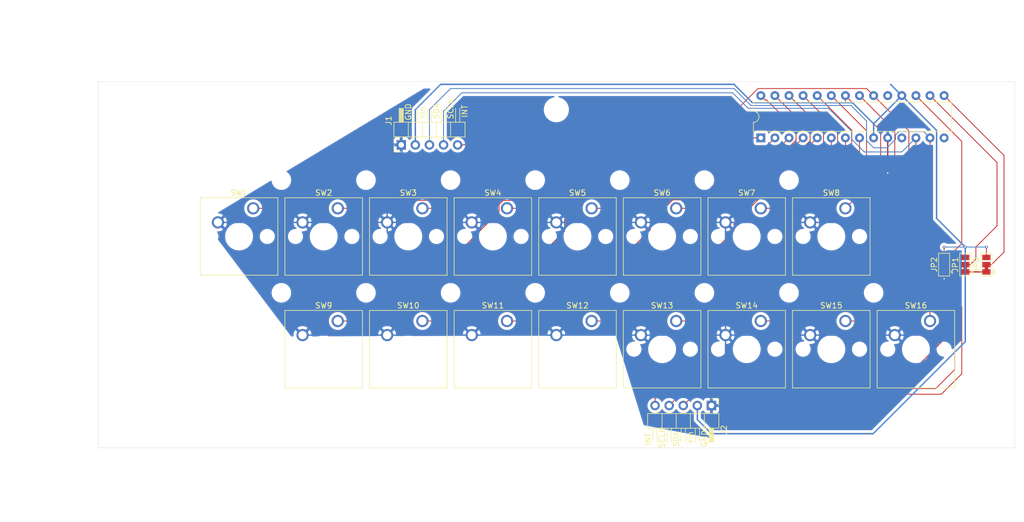
<source format=kicad_pcb>
(kicad_pcb (version 20171130) (host pcbnew "(5.1.5-0)")
  (title_block (date 2020-01-27))
  (layers (0 F.Cu signal) (31 B.Cu signal) (34 B.Paste user) (35 F.Paste user) (36 B.SilkS user) (37 F.SilkS user) (38 B.Mask user) (39 F.Mask user) (44 Edge.Cuts user))
  (net 0 "")
  (net 1 /Vin)
  (net 2 /SDA)
  (net 3 /SCK)
  (net 4 /INT)
  (net 5 "Net-(SW1-Pad1)")
  (net 6 "Net-(SW2-Pad1)")
  (net 7 "Net-(SW3-Pad1)")
  (net 8 "Net-(SW4-Pad1)")
  (net 9 "Net-(SW5-Pad1)")
  (net 10 "Net-(SW6-Pad1)")
  (net 11 "Net-(SW7-Pad1)")
  (net 12 "Net-(SW8-Pad1)")
  (net 13 "Net-(SW9-Pad1)")
  (net 14 "Net-(SW10-Pad1)")
  (net 15 "Net-(SW11-Pad1)")
  (net 16 "Net-(SW12-Pad1)")
  (net 17 "Net-(SW13-Pad1)")
  (net 18 "Net-(SW14-Pad1)")
  (net 19 "Net-(SW15-Pad1)")
  (net 20 "Net-(SW16-Pad1)")
  (net 21 GND)
  (net 22 /Addr0)
  (net 23 /Addr1)
  (net 24 /Addr2)
  (module 16buttons:PinHeader_i2c (layer F.Cu) (at 186.69 134.62 270)
    (fp_text reference J2 (at 4.385 -2.27 90) (layer F.SilkS))
    (fp_text value "i2c connector")
    (fp_text user INT (at 4.826 11.43 90) (layer F.SilkS) (effects (justify right)))
    (fp_text user SCLK (at 3.81 8.89 90) (layer F.SilkS) (effects (justify right)))
    (fp_text user SDA (at 4.572 6.35 90) (layer F.SilkS) (effects (justify right)))
    (fp_text user Vin (at 4.572 3.81 90) (layer F.SilkS) (effects (justify right)))
    (fp_text user GND (at 4.318 1.27 90) (layer F.SilkS) (effects (justify right)))
    (pad 5 thru_hole oval (at 0 10.16 270) (size 1.7 1.7) (drill 1) (layers *.Cu *.Mask) (net 4 /INT))
    (pad 4 thru_hole oval (at 0 7.62 270) (size 1.7 1.7) (drill 1) (layers *.Cu *.Mask) (net 3 /SCK))
    (pad 3 thru_hole oval (at 0 5.08 270) (size 1.7 1.7) (drill 1) (layers *.Cu *.Mask) (net 2 /SDA))
    (pad 2 thru_hole oval (at 0 2.54 270) (size 1.7 1.7) (drill 1) (layers *.Cu *.Mask) (net 1 /Vin))
    (pad 1 thru_hole rect (at 0 0 270) (size 1.7 1.7) (drill 1) (layers *.Cu *.Mask) (net 21 GND))
  )
  (module 16buttons:PinHeader_i2c (layer F.Cu) (at 130.81 87.63 90)
    (fp_text reference J1 (at 4.385 -2.27 90) (layer F.SilkS))
    (fp_text value "i2c connector")
    (fp_text user INT (at 4.826 11.43 90) (layer F.SilkS) (effects (justify left)))
    (fp_text user SCLK (at 4.572 8.89 90) (layer F.SilkS) (effects (justify left)))
    (fp_text user SDA (at 4.572 6.35 90) (layer F.SilkS) (effects (justify left)))
    (fp_text user Vin (at 4.572 3.81 90) (layer F.SilkS) (effects (justify left)))
    (fp_text user GND (at 4.318 1.27 90) (layer F.SilkS) (effects (justify left)))
    (pad 5 thru_hole oval (at 0 10.16 90) (size 1.7 1.7) (drill 1) (layers *.Cu *.Mask) (net 4 /INT))
    (pad 4 thru_hole oval (at 0 7.62 90) (size 1.7 1.7) (drill 1) (layers *.Cu *.Mask) (net 3 /SCK))
    (pad 3 thru_hole oval (at 0 5.08 90) (size 1.7 1.7) (drill 1) (layers *.Cu *.Mask) (net 2 /SDA))
    (pad 2 thru_hole oval (at 0 2.54 90) (size 1.7 1.7) (drill 1) (layers *.Cu *.Mask) (net 1 /Vin))
    (pad 1 thru_hole rect (at 0 0 90) (size 1.7 1.7) (drill 1) (layers *.Cu *.Mask) (net 21 GND))
  )
  (module 16buttons:SW_Gateron_Trim (layer F.Cu) (at 210.82 99.06)
    (fp_text reference SW8 (at -2.54 -2.794) (layer F.SilkS))
    (fp_text value SW_Push)
    (pad "" np_thru_hole circle (at 2.54 5.08) (size 1.7 1.7) (drill 1.7) (layers *.Cu *.Mask))
    (pad "" np_thru_hole circle (at -7.62 5.08) (size 1.7 1.7) (drill 1.7) (layers *.Cu *.Mask))
    (pad "" np_thru_hole circle (at -2.54 5.08) (size 4 4) (drill 4) (layers *.Cu *.Mask))
    (pad 2 thru_hole circle (at -6.35 2.54) (size 2.2 2.2) (drill 1.5) (layers *.Cu *.Mask) (net 21 GND))
    (pad 1 thru_hole circle (at 0 0) (size 2.2 2.2) (drill 1.5) (layers *.Cu *.Mask) (net 12 "Net-(SW8-Pad1)"))
  )
  (module Package_DIP:DIP-28_W7.62mm (layer F.Cu) (at 195.58 86.36 90)
    (fp_text reference U1 hide)
    (fp_text value MCP23017_SP)
    (pad 1 thru_hole rect (at 0 0 90) (size 1.6 1.6) (drill 0.8) (layers *.Cu *.Mask) (net 5 "Net-(SW1-Pad1)"))
    (pad 15 thru_hole oval (at 7.62 33.02 90) (size 1.6 1.6) (drill 0.8) (layers *.Cu *.Mask) (net 22 /Addr0))
    (pad 2 thru_hole oval (at 0 2.54 90) (size 1.6 1.6) (drill 0.8) (layers *.Cu *.Mask) (net 6 "Net-(SW2-Pad1)"))
    (pad 16 thru_hole oval (at 7.62 30.48 90) (size 1.6 1.6) (drill 0.8) (layers *.Cu *.Mask) (net 23 /Addr1))
    (pad 3 thru_hole oval (at 0 5.08 90) (size 1.6 1.6) (drill 0.8) (layers *.Cu *.Mask) (net 7 "Net-(SW3-Pad1)"))
    (pad 17 thru_hole oval (at 7.62 27.94 90) (size 1.6 1.6) (drill 0.8) (layers *.Cu *.Mask) (net 24 /Addr2))
    (pad 4 thru_hole oval (at 0 7.62 90) (size 1.6 1.6) (drill 0.8) (layers *.Cu *.Mask) (net 8 "Net-(SW4-Pad1)"))
    (pad 18 thru_hole oval (at 7.62 25.4 90) (size 1.6 1.6) (drill 0.8) (layers *.Cu *.Mask) (net 1 /Vin))
    (pad 5 thru_hole oval (at 0 10.16 90) (size 1.6 1.6) (drill 0.8) (layers *.Cu *.Mask) (net 9 "Net-(SW5-Pad1)"))
    (pad 19 thru_hole oval (at 7.62 22.86 90) (size 1.6 1.6) (drill 0.8) (layers *.Cu *.Mask))
    (pad 6 thru_hole oval (at 0 12.7 90) (size 1.6 1.6) (drill 0.8) (layers *.Cu *.Mask) (net 10 "Net-(SW6-Pad1)"))
    (pad 20 thru_hole oval (at 7.62 20.32 90) (size 1.6 1.6) (drill 0.8) (layers *.Cu *.Mask) (net 4 /INT))
    (pad 7 thru_hole oval (at 0 15.24 90) (size 1.6 1.6) (drill 0.8) (layers *.Cu *.Mask) (net 11 "Net-(SW7-Pad1)"))
    (pad 21 thru_hole oval (at 7.62 17.78 90) (size 1.6 1.6) (drill 0.8) (layers *.Cu *.Mask) (net 20 "Net-(SW16-Pad1)"))
    (pad 8 thru_hole oval (at 0 17.78 90) (size 1.6 1.6) (drill 0.8) (layers *.Cu *.Mask) (net 12 "Net-(SW8-Pad1)"))
    (pad 22 thru_hole oval (at 7.62 15.24 90) (size 1.6 1.6) (drill 0.8) (layers *.Cu *.Mask) (net 19 "Net-(SW15-Pad1)"))
    (pad 9 thru_hole oval (at 0 20.32 90) (size 1.6 1.6) (drill 0.8) (layers *.Cu *.Mask) (net 1 /Vin))
    (pad 23 thru_hole oval (at 7.62 12.7 90) (size 1.6 1.6) (drill 0.8) (layers *.Cu *.Mask) (net 18 "Net-(SW14-Pad1)"))
    (pad 10 thru_hole oval (at 0 22.86 90) (size 1.6 1.6) (drill 0.8) (layers *.Cu *.Mask) (net 21 GND))
    (pad 24 thru_hole oval (at 7.62 10.16 90) (size 1.6 1.6) (drill 0.8) (layers *.Cu *.Mask) (net 17 "Net-(SW13-Pad1)"))
    (pad 11 thru_hole oval (at 0 25.4 90) (size 1.6 1.6) (drill 0.8) (layers *.Cu *.Mask))
    (pad 25 thru_hole oval (at 7.62 7.62 90) (size 1.6 1.6) (drill 0.8) (layers *.Cu *.Mask) (net 16 "Net-(SW12-Pad1)"))
    (pad 12 thru_hole oval (at 0 27.94 90) (size 1.6 1.6) (drill 0.8) (layers *.Cu *.Mask) (net 3 /SCK))
    (pad 26 thru_hole oval (at 7.62 5.08 90) (size 1.6 1.6) (drill 0.8) (layers *.Cu *.Mask) (net 15 "Net-(SW11-Pad1)"))
    (pad 13 thru_hole oval (at 0 30.48 90) (size 1.6 1.6) (drill 0.8) (layers *.Cu *.Mask) (net 2 /SDA))
    (pad 27 thru_hole oval (at 7.62 2.54 90) (size 1.6 1.6) (drill 0.8) (layers *.Cu *.Mask) (net 14 "Net-(SW10-Pad1)"))
    (pad 14 thru_hole oval (at 0 33.02 90) (size 1.6 1.6) (drill 0.8) (layers *.Cu *.Mask))
    (pad 28 thru_hole oval (at 7.62 0 90) (size 1.6 1.6) (drill 0.8) (layers *.Cu *.Mask) (net 13 "Net-(SW9-Pad1)"))
  )
  (module 16buttons:NailHole_2.5mm (layer F.Cu) (at 200.66 93.98)
    (fp_text reference REF** hide)
    (fp_text value NailHole_2.5mm hide)
    (pad 1 np_thru_hole circle (at 0 0) (size 2.5 2.5) (drill 2.5) (layers *.Cu *.Mask))
  )
  (module 16buttons:NailHole_2.5mm (layer F.Cu) (at 185.42 93.98)
    (fp_text reference REF** hide)
    (fp_text value NailHole_2.5mm hide)
    (pad 1 np_thru_hole circle (at 0 0) (size 2.5 2.5) (drill 2.5) (layers *.Cu *.Mask))
  )
  (module 16buttons:NailHole_2.5mm (layer F.Cu) (at 170.18 93.98)
    (fp_text reference REF** hide)
    (fp_text value NailHole_2.5mm hide)
    (pad 1 np_thru_hole circle (at 0 0) (size 2.5 2.5) (drill 2.5) (layers *.Cu *.Mask))
  )
  (module 16buttons:NailHole_2.5mm (layer F.Cu) (at 154.94 93.98)
    (fp_text reference REF** hide)
    (fp_text value NailHole_2.5mm hide)
    (pad 1 np_thru_hole circle (at 0 0) (size 2.5 2.5) (drill 2.5) (layers *.Cu *.Mask))
  )
  (module 16buttons:NailHole_2.5mm (layer F.Cu) (at 139.7 93.98)
    (fp_text reference REF** hide)
    (fp_text value NailHole_2.5mm hide)
    (pad 1 np_thru_hole circle (at 0 0) (size 2.5 2.5) (drill 2.5) (layers *.Cu *.Mask))
  )
  (module 16buttons:NailHole_2.5mm (layer F.Cu) (at 124.46 93.98)
    (fp_text reference REF** hide)
    (fp_text value NailHole_2.5mm hide)
    (pad 1 np_thru_hole circle (at 0 0) (size 2.5 2.5) (drill 2.5) (layers *.Cu *.Mask))
  )
  (module 16buttons:NailHole_2.5mm (layer F.Cu) (at 109.22 93.98)
    (fp_text reference REF** hide)
    (fp_text value NailHole_2.5mm hide)
    (pad 1 np_thru_hole circle (at 0 0) (size 2.5 2.5) (drill 2.5) (layers *.Cu *.Mask))
  )
  (module 16buttons:NailHole_2.5mm (layer F.Cu) (at 93.98 93.98)
    (fp_text reference REF** hide)
    (fp_text value NailHole_2.5mm hide)
    (pad 1 np_thru_hole circle (at 0 0) (size 2.5 2.5) (drill 2.5) (layers *.Cu *.Mask))
  )
  (module 16buttons:NailHole_2.5mm (layer F.Cu) (at 215.9 114.3)
    (fp_text reference REF** hide)
    (fp_text value NailHole_2.5mm hide)
    (pad 1 np_thru_hole circle (at 0 0) (size 2.5 2.5) (drill 2.5) (layers *.Cu *.Mask))
  )
  (module 16buttons:NailHole_2.5mm (layer F.Cu) (at 200.66 114.3)
    (fp_text reference REF** hide)
    (fp_text value NailHole_2.5mm hide)
    (pad 1 np_thru_hole circle (at 0 0) (size 2.5 2.5) (drill 2.5) (layers *.Cu *.Mask))
  )
  (module 16buttons:NailHole_2.5mm (layer F.Cu) (at 185.42 114.3)
    (fp_text reference REF** hide)
    (fp_text value NailHole_2.5mm hide)
    (pad 1 np_thru_hole circle (at 0 0) (size 2.5 2.5) (drill 2.5) (layers *.Cu *.Mask))
  )
  (module 16buttons:NailHole_2.5mm (layer F.Cu) (at 170.18 114.3)
    (fp_text reference REF** hide)
    (fp_text value NailHole_2.5mm hide)
    (pad 1 np_thru_hole circle (at 0 0) (size 2.5 2.5) (drill 2.5) (layers *.Cu *.Mask))
  )
  (module 16buttons:NailHole_2.5mm (layer F.Cu) (at 154.94 114.3)
    (fp_text reference REF** hide)
    (fp_text value NailHole_2.5mm hide)
    (pad 1 np_thru_hole circle (at 0 0) (size 2.5 2.5) (drill 2.5) (layers *.Cu *.Mask))
  )
  (module 16buttons:NailHole_2.5mm (layer F.Cu) (at 139.7 114.3)
    (fp_text reference REF** hide)
    (fp_text value NailHole_2.5mm hide)
    (pad 1 np_thru_hole circle (at 0 0) (size 2.5 2.5) (drill 2.5) (layers *.Cu *.Mask))
  )
  (module 16buttons:NailHole_2.5mm (layer F.Cu) (at 124.46 114.3)
    (fp_text reference REF** hide)
    (fp_text value NailHole_2.5mm hide)
    (pad 1 np_thru_hole circle (at 0 0) (size 2.5 2.5) (drill 2.5) (layers *.Cu *.Mask))
  )
  (module 16buttons:NailHole_2.5mm (layer F.Cu) (at 109.22 114.3)
    (fp_text reference REF** hide)
    (fp_text value NailHole_2.5mm hide)
    (pad 1 np_thru_hole circle (at 0 0) (size 2.5 2.5) (drill 2.5) (layers *.Cu *.Mask))
  )
  (module MountingHole:MountingHole_4.5mm (layer F.Cu) (at 234.95 93.98)
    (fp_text reference REF** hide)
    (fp_text value MountingHole_4.5mm)
    (pad 1 np_thru_hole circle (at 0 0) (size 4.5 4.5) (drill 4.5) (layers *.Cu *.Mask))
  )
  (module MountingHole:MountingHole_4.5mm (layer F.Cu) (at 82.55 124.46)
    (fp_text reference REF** hide)
    (fp_text value MountingHole_4.5mm)
    (pad 1 np_thru_hole circle (at 0 0) (size 4.5 4.5) (drill 4.5) (layers *.Cu *.Mask))
  )
  (module MountingHole:MountingHole_4.5mm (layer F.Cu) (at 234.95 124.46)
    (fp_text reference REF** hide)
    (fp_text value MountingHole_4.5mm)
    (pad 1 np_thru_hole circle (at 0 0) (size 4.5 4.5) (drill 4.5) (layers *.Cu *.Mask))
  )
  (module MountingHole:MountingHole_4.5mm (layer F.Cu) (at 82.55 93.98)
    (fp_text reference REF** hide)
    (fp_text value MountingHole_4.5mm)
    (pad 1 np_thru_hole circle (at 0 0) (size 4.5 4.5) (drill 4.5) (layers *.Cu *.Mask))
  )
  (module MountingHole:MountingHole_3.5mm (layer F.Cu) (at 158.75 81.28)
    (fp_text reference REF** hide)
    (fp_text value MountingHole_3.5mm)
    (pad 1 np_thru_hole circle (at 0 0) (size 3.5 3.5) (drill 3.5) (layers *.Cu *.Mask))
  )
  (module MountingHole:MountingHole_3.5mm (layer F.Cu) (at 158.75 137.16)
    (fp_text reference REF** hide)
    (fp_text value MountingHole_3.5mm)
    (pad 1 np_thru_hole circle (at 0 0) (size 3.5 3.5) (drill 3.5) (layers *.Cu *.Mask))
  )
  (module Jumper:SolderJumper-3_P1.3mm_Bridged12_Pad1.0x1.5mm (layer F.Cu) (at 228.6 109.22 90)
    (fp_text reference JP2 (at 0 -1.8 90) (layer F.SilkS))
    (fp_text value SolderJumper hide)
    (fp_poly (pts (xy -0.9 -0.3) (xy -0.4 -0.3) (xy -0.4 0.3) (xy -0.9 0.3)) (layer F.Cu) (width 0))
    (pad 1 smd rect (at -1.3 0 90) (size 1 1.5) (layers F.Cu F.Mask) (net 21 GND))
    (pad 3 smd rect (at 1.3 0 90) (size 1 1.5) (layers F.Cu F.Mask) (net 1 /Vin))
    (pad 2 smd rect (at 0 0 90) (size 1 1.5) (layers F.Cu F.Mask) (net 24 /Addr2))
  )
  (module Jumper:SolderJumper-3_P1.3mm_Bridged12_Pad1.0x1.5mm (layer F.Cu) (at 232.41 109.22 90)
    (fp_text reference JP1 (at 0 -1.8 90) (layer F.SilkS))
    (fp_text value SolderJumper hide)
    (fp_poly (pts (xy -0.9 -0.3) (xy -0.4 -0.3) (xy -0.4 0.3) (xy -0.9 0.3)) (layer F.Cu) (width 0))
    (pad 2 smd rect (at 0 0 90) (size 1 1.5) (layers F.Cu F.Mask) (net 23 /Addr1))
    (pad 3 smd rect (at 1.3 0 90) (size 1 1.5) (layers F.Cu F.Mask) (net 1 /Vin))
    (pad 1 smd rect (at -1.3 0 90) (size 1 1.5) (layers F.Cu F.Mask) (net 21 GND))
  )
  (module Jumper:SolderJumper-3_P1.3mm_Bridged12_Pad1.0x1.5mm (layer F.Cu) (at 236.22 109.22 90)
    (fp_text reference JP0 (at 0 -1.8 90) (layer F.SilkS))
    (fp_text value SolderJumper hide)
    (fp_poly (pts (xy -0.9 -0.3) (xy -0.4 -0.3) (xy -0.4 0.3) (xy -0.9 0.3)) (layer F.Cu) (width 0))
    (pad 1 smd rect (at -1.3 0 90) (size 1 1.5) (layers F.Cu F.Mask) (net 21 GND))
    (pad 3 smd rect (at 1.3 0 90) (size 1 1.5) (layers F.Cu F.Mask) (net 1 /Vin))
    (pad 2 smd rect (at 0 0 90) (size 1 1.5) (layers F.Cu F.Mask) (net 22 /Addr0))
  )
  (module 16buttons:SW_Gateron_Trim (layer F.Cu) (at 104.14 99.06)
    (fp_text reference SW1 (at -2.54 -2.794) (layer F.SilkS))
    (fp_text value SW_Push)
    (pad 1 thru_hole circle (at 0 0) (size 2.2 2.2) (drill 1.5) (layers *.Cu *.Mask) (net 5 "Net-(SW1-Pad1)"))
    (pad 2 thru_hole circle (at -6.35 2.54) (size 2.2 2.2) (drill 1.5) (layers *.Cu *.Mask) (net 21 GND))
    (pad "" np_thru_hole circle (at -2.54 5.08) (size 4 4) (drill 4) (layers *.Cu *.Mask))
    (pad "" np_thru_hole circle (at -7.62 5.08) (size 1.7 1.7) (drill 1.7) (layers *.Cu *.Mask))
    (pad "" np_thru_hole circle (at 2.54 5.08) (size 1.7 1.7) (drill 1.7) (layers *.Cu *.Mask))
  )
  (module 16buttons:SW_Gateron_Trim (layer F.Cu) (at 119.38 99.06)
    (fp_text reference SW2 (at -2.54 -2.794) (layer F.SilkS))
    (fp_text value SW_Push)
    (pad "" np_thru_hole circle (at 2.54 5.08) (size 1.7 1.7) (drill 1.7) (layers *.Cu *.Mask))
    (pad "" np_thru_hole circle (at -7.62 5.08) (size 1.7 1.7) (drill 1.7) (layers *.Cu *.Mask))
    (pad "" np_thru_hole circle (at -2.54 5.08) (size 4 4) (drill 4) (layers *.Cu *.Mask))
    (pad 2 thru_hole circle (at -6.35 2.54) (size 2.2 2.2) (drill 1.5) (layers *.Cu *.Mask) (net 21 GND))
    (pad 1 thru_hole circle (at 0 0) (size 2.2 2.2) (drill 1.5) (layers *.Cu *.Mask) (net 6 "Net-(SW2-Pad1)"))
  )
  (module 16buttons:SW_Gateron_Trim (layer F.Cu) (at 134.62 99.06)
    (fp_text reference SW3 (at -2.54 -2.794) (layer F.SilkS))
    (fp_text value SW_Push)
    (pad 1 thru_hole circle (at 0 0) (size 2.2 2.2) (drill 1.5) (layers *.Cu *.Mask) (net 7 "Net-(SW3-Pad1)"))
    (pad 2 thru_hole circle (at -6.35 2.54) (size 2.2 2.2) (drill 1.5) (layers *.Cu *.Mask) (net 21 GND))
    (pad "" np_thru_hole circle (at -2.54 5.08) (size 4 4) (drill 4) (layers *.Cu *.Mask))
    (pad "" np_thru_hole circle (at -7.62 5.08) (size 1.7 1.7) (drill 1.7) (layers *.Cu *.Mask))
    (pad "" np_thru_hole circle (at 2.54 5.08) (size 1.7 1.7) (drill 1.7) (layers *.Cu *.Mask))
  )
  (module 16buttons:SW_Gateron_Trim (layer F.Cu) (at 149.86 99.06)
    (fp_text reference SW4 (at -2.54 -2.794) (layer F.SilkS))
    (fp_text value SW_Push)
    (pad "" np_thru_hole circle (at 2.54 5.08) (size 1.7 1.7) (drill 1.7) (layers *.Cu *.Mask))
    (pad "" np_thru_hole circle (at -7.62 5.08) (size 1.7 1.7) (drill 1.7) (layers *.Cu *.Mask))
    (pad "" np_thru_hole circle (at -2.54 5.08) (size 4 4) (drill 4) (layers *.Cu *.Mask))
    (pad 2 thru_hole circle (at -6.35 2.54) (size 2.2 2.2) (drill 1.5) (layers *.Cu *.Mask) (net 21 GND))
    (pad 1 thru_hole circle (at 0 0) (size 2.2 2.2) (drill 1.5) (layers *.Cu *.Mask) (net 8 "Net-(SW4-Pad1)"))
  )
  (module 16buttons:SW_Gateron_Trim (layer F.Cu) (at 165.1 99.06)
    (fp_text reference SW5 (at -2.54 -2.794) (layer F.SilkS))
    (fp_text value SW_Push)
    (pad 1 thru_hole circle (at 0 0) (size 2.2 2.2) (drill 1.5) (layers *.Cu *.Mask) (net 9 "Net-(SW5-Pad1)"))
    (pad 2 thru_hole circle (at -6.35 2.54) (size 2.2 2.2) (drill 1.5) (layers *.Cu *.Mask) (net 21 GND))
    (pad "" np_thru_hole circle (at -2.54 5.08) (size 4 4) (drill 4) (layers *.Cu *.Mask))
    (pad "" np_thru_hole circle (at -7.62 5.08) (size 1.7 1.7) (drill 1.7) (layers *.Cu *.Mask))
    (pad "" np_thru_hole circle (at 2.54 5.08) (size 1.7 1.7) (drill 1.7) (layers *.Cu *.Mask))
  )
  (module 16buttons:SW_Gateron_Trim (layer F.Cu) (at 180.34 99.06)
    (fp_text reference SW6 (at -2.54 -2.794) (layer F.SilkS))
    (fp_text value SW_Push)
    (pad "" np_thru_hole circle (at 2.54 5.08) (size 1.7 1.7) (drill 1.7) (layers *.Cu *.Mask))
    (pad "" np_thru_hole circle (at -7.62 5.08) (size 1.7 1.7) (drill 1.7) (layers *.Cu *.Mask))
    (pad "" np_thru_hole circle (at -2.54 5.08) (size 4 4) (drill 4) (layers *.Cu *.Mask))
    (pad 2 thru_hole circle (at -6.35 2.54) (size 2.2 2.2) (drill 1.5) (layers *.Cu *.Mask) (net 21 GND))
    (pad 1 thru_hole circle (at 0 0) (size 2.2 2.2) (drill 1.5) (layers *.Cu *.Mask) (net 10 "Net-(SW6-Pad1)"))
  )
  (module 16buttons:SW_Gateron_Trim (layer F.Cu) (at 195.58 99.06)
    (fp_text reference SW7 (at -2.54 -2.794) (layer F.SilkS))
    (fp_text value SW_Push)
    (pad 1 thru_hole circle (at 0 0) (size 2.2 2.2) (drill 1.5) (layers *.Cu *.Mask) (net 11 "Net-(SW7-Pad1)"))
    (pad 2 thru_hole circle (at -6.35 2.54) (size 2.2 2.2) (drill 1.5) (layers *.Cu *.Mask) (net 21 GND))
    (pad "" np_thru_hole circle (at -2.54 5.08) (size 4 4) (drill 4) (layers *.Cu *.Mask))
    (pad "" np_thru_hole circle (at -7.62 5.08) (size 1.7 1.7) (drill 1.7) (layers *.Cu *.Mask))
    (pad "" np_thru_hole circle (at 2.54 5.08) (size 1.7 1.7) (drill 1.7) (layers *.Cu *.Mask))
  )
  (module 16buttons:SW_Gateron_Trim (layer F.Cu) (at 119.38 119.38)
    (fp_text reference SW9 (at -2.54 -2.794) (layer F.SilkS))
    (fp_text value SW_Push)
    (pad 1 thru_hole circle (at 0 0) (size 2.2 2.2) (drill 1.5) (layers *.Cu *.Mask) (net 13 "Net-(SW9-Pad1)"))
    (pad 2 thru_hole circle (at -6.35 2.54) (size 2.2 2.2) (drill 1.5) (layers *.Cu *.Mask) (net 21 GND))
    (pad "" np_thru_hole circle (at -2.54 5.08) (size 4 4) (drill 4) (layers *.Cu *.Mask))
    (pad "" np_thru_hole circle (at -7.62 5.08) (size 1.7 1.7) (drill 1.7) (layers *.Cu *.Mask))
    (pad "" np_thru_hole circle (at 2.54 5.08) (size 1.7 1.7) (drill 1.7) (layers *.Cu *.Mask))
  )
  (module 16buttons:SW_Gateron_Trim (layer F.Cu) (at 134.62 119.38)
    (fp_text reference SW10 (at -2.54 -2.794) (layer F.SilkS))
    (fp_text value SW_Push)
    (pad "" np_thru_hole circle (at 2.54 5.08) (size 1.7 1.7) (drill 1.7) (layers *.Cu *.Mask))
    (pad "" np_thru_hole circle (at -7.62 5.08) (size 1.7 1.7) (drill 1.7) (layers *.Cu *.Mask))
    (pad "" np_thru_hole circle (at -2.54 5.08) (size 4 4) (drill 4) (layers *.Cu *.Mask))
    (pad 2 thru_hole circle (at -6.35 2.54) (size 2.2 2.2) (drill 1.5) (layers *.Cu *.Mask) (net 21 GND))
    (pad 1 thru_hole circle (at 0 0) (size 2.2 2.2) (drill 1.5) (layers *.Cu *.Mask) (net 14 "Net-(SW10-Pad1)"))
  )
  (module 16buttons:SW_Gateron_Trim (layer F.Cu) (at 149.86 119.38)
    (fp_text reference SW11 (at -2.54 -2.794) (layer F.SilkS))
    (fp_text value SW_Push)
    (pad 1 thru_hole circle (at 0 0) (size 2.2 2.2) (drill 1.5) (layers *.Cu *.Mask) (net 15 "Net-(SW11-Pad1)"))
    (pad 2 thru_hole circle (at -6.35 2.54) (size 2.2 2.2) (drill 1.5) (layers *.Cu *.Mask) (net 21 GND))
    (pad "" np_thru_hole circle (at -2.54 5.08) (size 4 4) (drill 4) (layers *.Cu *.Mask))
    (pad "" np_thru_hole circle (at -7.62 5.08) (size 1.7 1.7) (drill 1.7) (layers *.Cu *.Mask))
    (pad "" np_thru_hole circle (at 2.54 5.08) (size 1.7 1.7) (drill 1.7) (layers *.Cu *.Mask))
  )
  (module 16buttons:SW_Gateron_Trim (layer F.Cu) (at 165.1 119.38)
    (fp_text reference SW12 (at -2.54 -2.794) (layer F.SilkS))
    (fp_text value SW_Push)
    (pad "" np_thru_hole circle (at 2.54 5.08) (size 1.7 1.7) (drill 1.7) (layers *.Cu *.Mask))
    (pad "" np_thru_hole circle (at -7.62 5.08) (size 1.7 1.7) (drill 1.7) (layers *.Cu *.Mask))
    (pad "" np_thru_hole circle (at -2.54 5.08) (size 4 4) (drill 4) (layers *.Cu *.Mask))
    (pad 2 thru_hole circle (at -6.35 2.54) (size 2.2 2.2) (drill 1.5) (layers *.Cu *.Mask) (net 21 GND))
    (pad 1 thru_hole circle (at 0 0) (size 2.2 2.2) (drill 1.5) (layers *.Cu *.Mask) (net 16 "Net-(SW12-Pad1)"))
  )
  (module 16buttons:SW_Gateron_Trim (layer F.Cu) (at 180.34 119.38)
    (fp_text reference SW13 (at -2.54 -2.794) (layer F.SilkS))
    (fp_text value SW_Push)
    (pad 1 thru_hole circle (at 0 0) (size 2.2 2.2) (drill 1.5) (layers *.Cu *.Mask) (net 17 "Net-(SW13-Pad1)"))
    (pad 2 thru_hole circle (at -6.35 2.54) (size 2.2 2.2) (drill 1.5) (layers *.Cu *.Mask) (net 21 GND))
    (pad "" np_thru_hole circle (at -2.54 5.08) (size 4 4) (drill 4) (layers *.Cu *.Mask))
    (pad "" np_thru_hole circle (at -7.62 5.08) (size 1.7 1.7) (drill 1.7) (layers *.Cu *.Mask))
    (pad "" np_thru_hole circle (at 2.54 5.08) (size 1.7 1.7) (drill 1.7) (layers *.Cu *.Mask))
  )
  (module 16buttons:SW_Gateron_Trim (layer F.Cu) (at 195.58 119.38)
    (fp_text reference SW14 (at -2.54 -2.794) (layer F.SilkS))
    (fp_text value SW_Push)
    (pad "" np_thru_hole circle (at 2.54 5.08) (size 1.7 1.7) (drill 1.7) (layers *.Cu *.Mask))
    (pad "" np_thru_hole circle (at -7.62 5.08) (size 1.7 1.7) (drill 1.7) (layers *.Cu *.Mask))
    (pad "" np_thru_hole circle (at -2.54 5.08) (size 4 4) (drill 4) (layers *.Cu *.Mask))
    (pad 2 thru_hole circle (at -6.35 2.54) (size 2.2 2.2) (drill 1.5) (layers *.Cu *.Mask) (net 21 GND))
    (pad 1 thru_hole circle (at 0 0) (size 2.2 2.2) (drill 1.5) (layers *.Cu *.Mask) (net 18 "Net-(SW14-Pad1)"))
  )
  (module 16buttons:SW_Gateron_Trim (layer F.Cu) (at 210.82 119.38)
    (fp_text reference SW15 (at -2.54 -2.794) (layer F.SilkS))
    (fp_text value SW_Push)
    (pad 1 thru_hole circle (at 0 0) (size 2.2 2.2) (drill 1.5) (layers *.Cu *.Mask) (net 19 "Net-(SW15-Pad1)"))
    (pad 2 thru_hole circle (at -6.35 2.54) (size 2.2 2.2) (drill 1.5) (layers *.Cu *.Mask) (net 21 GND))
    (pad "" np_thru_hole circle (at -2.54 5.08) (size 4 4) (drill 4) (layers *.Cu *.Mask))
    (pad "" np_thru_hole circle (at -7.62 5.08) (size 1.7 1.7) (drill 1.7) (layers *.Cu *.Mask))
    (pad "" np_thru_hole circle (at 2.54 5.08) (size 1.7 1.7) (drill 1.7) (layers *.Cu *.Mask))
  )
  (module 16buttons:SW_Gateron_Trim (layer F.Cu) (at 226.06 119.38)
    (fp_text reference SW16 (at -2.54 -2.794) (layer F.SilkS))
    (fp_text value SW_Push)
    (pad "" np_thru_hole circle (at 2.54 5.08) (size 1.7 1.7) (drill 1.7) (layers *.Cu *.Mask))
    (pad "" np_thru_hole circle (at -7.62 5.08) (size 1.7 1.7) (drill 1.7) (layers *.Cu *.Mask))
    (pad "" np_thru_hole circle (at -2.54 5.08) (size 4 4) (drill 4) (layers *.Cu *.Mask))
    (pad 2 thru_hole circle (at -6.35 2.54) (size 2.2 2.2) (drill 1.5) (layers *.Cu *.Mask) (net 21 GND))
    (pad 1 thru_hole circle (at 0 0) (size 2.2 2.2) (drill 1.5) (layers *.Cu *.Mask) (net 20 "Net-(SW16-Pad1)"))
  )
  (gr_line (start 241.3 76.2) (end 241.3 142.24) (layer Edge.Cuts) (width 0.05))
  (gr_line (start 76.2 142.24) (end 241.3 142.24) (layer Edge.Cuts) (width 0.05))
  (gr_line (start 76.2 76.2) (end 76.2 142.24) (layer Edge.Cuts) (width 0.05))
  (gr_line (start 76.2 76.2) (end 241.3 76.2) (layer Edge.Cuts) (width 0.05))
  (segment (start 228.6 107.92) (end 228.6 106.045) (width 0.1524) (layer F.Cu) (net 1))
  (via (at 228.6 106.045) (size 0.508) (drill 0.254) (layers F.Cu B.Cu) (net 1))
  (segment (start 228.6 106.045) (end 232.41 106.045) (width 0.1524) (layer B.Cu) (net 1))
  (segment (start 232.41 106.045) (end 236.22 106.045) (width 0.1524) (layer B.Cu) (net 1))
  (via (at 232.41 106.045) (size 0.508) (drill 0.254) (layers F.Cu B.Cu) (net 1))
  (via (at 236.22 106.045) (size 0.508) (drill 0.254) (layers F.Cu B.Cu) (net 1))
  (segment (start 232.41 106.045) (end 232.41 107.92) (width 0.1524) (layer F.Cu) (net 1))
  (segment (start 236.22 106.045) (end 236.22 107.92) (width 0.1524) (layer F.Cu) (net 1))
  (segment (start 184.15 137.16) (end 186.69 139.7) (width 0.254) (layer B.Cu) (net 1))
  (segment (start 232.41 123.106118) (end 215.816118 139.7) (width 0.254) (layer B.Cu) (net 1))
  (segment (start 232.41 106.045) (end 232.41 123.106118) (width 0.254) (layer B.Cu) (net 1))
  (segment (start 215.816118 139.7) (end 186.69 139.7) (width 0.254) (layer B.Cu) (net 1))
  (segment (start 221.779999 79.539999) (end 220.98 78.74) (width 0.254) (layer B.Cu) (net 1))
  (segment (start 227.241001 85.001001) (end 221.779999 79.539999) (width 0.254) (layer B.Cu) (net 1))
  (segment (start 227.241001 100.876001) (end 227.241001 85.001001) (width 0.254) (layer B.Cu) (net 1))
  (segment (start 232.41 106.045) (end 227.241001 100.876001) (width 0.254) (layer B.Cu) (net 1))
  (segment (start 220.98 78.74) (end 215.9 83.82) (width 0.254) (layer B.Cu) (net 1))
  (segment (start 184.15 135.822081) (end 184.15 137.16) (width 0.254) (layer B.Cu) (net 1))
  (segment (start 184.15 134.62) (end 184.15 135.822081) (width 0.254) (layer B.Cu) (net 1))
  (segment (start 220.180001 77.940001) (end 220.98 78.74) (width 0.254) (layer B.Cu) (net 1))
  (segment (start 218.948 76.708) (end 220.180001 77.940001) (width 0.254) (layer B.Cu) (net 1))
  (segment (start 215.9 84.836) (end 215.9 86.36) (width 0.254) (layer B.Cu) (net 1))
  (segment (start 215.9 83.82) (end 215.9 84.836) (width 0.254) (layer B.Cu) (net 1))
  (segment (start 137.922 76.708) (end 190.754 76.708) (width 0.254) (layer B.Cu) (net 1))
  (segment (start 190.754 76.708) (end 194.056 80.01) (width 0.254) (layer B.Cu) (net 1))
  (segment (start 133.35 81.28) (end 137.922 76.708) (width 0.254) (layer B.Cu) (net 1))
  (segment (start 133.35 87.63) (end 133.35 81.28) (width 0.254) (layer B.Cu) (net 1))
  (segment (start 215.9 83.82) (end 212.09 80.01) (width 0.254) (layer B.Cu) (net 1))
  (segment (start 212.09 80.01) (end 194.056 80.01) (width 0.254) (layer B.Cu) (net 1))
  (segment (start 226.06 86.36) (end 226.06 111.125) (width 0.1524) (layer F.Cu) (net 2))
  (segment (start 231.775 116.84) (end 231.775 128.905) (width 0.1524) (layer F.Cu) (net 2))
  (segment (start 226.06 111.125) (end 231.775 116.84) (width 0.1524) (layer F.Cu) (net 2))
  (segment (start 181.61 134.62) (end 183.642 132.588) (width 0.1524) (layer F.Cu) (net 2))
  (segment (start 183.642 132.588) (end 228.092 132.588) (width 0.1524) (layer F.Cu) (net 2))
  (segment (start 228.092 132.588) (end 231.775 128.905) (width 0.1524) (layer F.Cu) (net 2))
  (segment (start 139.7 77.47) (end 135.89 81.28) (width 0.1524) (layer B.Cu) (net 2))
  (segment (start 211.836 80.518) (end 193.802 80.518) (width 0.1524) (layer B.Cu) (net 2))
  (segment (start 214.63 83.312) (end 211.836 80.518) (width 0.1524) (layer B.Cu) (net 2))
  (segment (start 214.63 86.868) (end 214.63 83.312) (width 0.1524) (layer B.Cu) (net 2))
  (segment (start 219.849799 85.817503) (end 219.849799 86.622899) (width 0.1524) (layer B.Cu) (net 2))
  (segment (start 215.9 88.138) (end 214.63 86.868) (width 0.1524) (layer B.Cu) (net 2))
  (segment (start 218.334698 88.138) (end 215.9 88.138) (width 0.1524) (layer B.Cu) (net 2))
  (segment (start 219.849799 86.622899) (end 218.334698 88.138) (width 0.1524) (layer B.Cu) (net 2))
  (segment (start 135.89 81.28) (end 135.89 87.63) (width 0.1524) (layer B.Cu) (net 2))
  (segment (start 193.802 80.518) (end 190.754 77.47) (width 0.1524) (layer B.Cu) (net 2))
  (segment (start 190.754 77.47) (end 139.7 77.47) (width 0.1524) (layer B.Cu) (net 2))
  (segment (start 226.06 86.36) (end 224.929799 85.229799) (width 0.1524) (layer B.Cu) (net 2))
  (segment (start 220.437503 85.229799) (end 219.849799 85.817503) (width 0.1524) (layer B.Cu) (net 2))
  (segment (start 224.929799 85.229799) (end 220.437503 85.229799) (width 0.1524) (layer B.Cu) (net 2))
  (segment (start 223.52 86.36) (end 223.52 112.395) (width 0.1524) (layer F.Cu) (net 3))
  (segment (start 227.076 131.572) (end 182.118 131.572) (width 0.1524) (layer F.Cu) (net 3))
  (segment (start 230.505 128.143) (end 227.076 131.572) (width 0.1524) (layer F.Cu) (net 3))
  (segment (start 182.118 131.572) (end 179.07 134.62) (width 0.1524) (layer F.Cu) (net 3))
  (segment (start 230.505 119.38) (end 230.505 128.143) (width 0.1524) (layer F.Cu) (net 3))
  (segment (start 223.52 112.395) (end 230.505 119.38) (width 0.1524) (layer F.Cu) (net 3))
  (segment (start 138.43 81.534) (end 138.43 87.63) (width 0.1524) (layer B.Cu) (net 3))
  (segment (start 141.732 78.232) (end 138.43 81.534) (width 0.1524) (layer B.Cu) (net 3))
  (segment (start 190.5 78.232) (end 141.732 78.232) (width 0.1524) (layer B.Cu) (net 3))
  (segment (start 193.294 81.026) (end 190.5 78.232) (width 0.1524) (layer B.Cu) (net 3))
  (segment (start 211.950201 85.204201) (end 207.772 81.026) (width 0.1524) (layer B.Cu) (net 3))
  (segment (start 211.950201 86.622899) (end 211.950201 85.204201) (width 0.1524) (layer B.Cu) (net 3))
  (segment (start 207.772 81.026) (end 193.294 81.026) (width 0.1524) (layer B.Cu) (net 3))
  (segment (start 214.227302 88.9) (end 211.950201 86.622899) (width 0.1524) (layer B.Cu) (net 3))
  (segment (start 220.98 88.9) (end 214.227302 88.9) (width 0.1524) (layer B.Cu) (net 3))
  (segment (start 223.52 86.36) (end 220.98 88.9) (width 0.1524) (layer B.Cu) (net 3))
  (segment (start 222.25 85.09) (end 215.9 78.74) (width 0.1524) (layer F.Cu) (net 4))
  (segment (start 222.25 112.395) (end 222.25 85.09) (width 0.1524) (layer F.Cu) (net 4))
  (segment (start 228.092 118.237) (end 222.25 112.395) (width 0.1524) (layer F.Cu) (net 4))
  (segment (start 228.092 123.221302) (end 228.092 118.237) (width 0.1524) (layer F.Cu) (net 4))
  (segment (start 220.757302 130.556) (end 228.092 123.221302) (width 0.1524) (layer F.Cu) (net 4))
  (segment (start 179.391919 130.556) (end 220.757302 130.556) (width 0.1524) (layer F.Cu) (net 4))
  (segment (start 176.53 133.417919) (end 179.391919 130.556) (width 0.1524) (layer F.Cu) (net 4))
  (segment (start 176.53 134.62) (end 176.53 133.417919) (width 0.1524) (layer F.Cu) (net 4))
  (segment (start 214.63 77.47) (end 215.9 78.74) (width 0.1524) (layer F.Cu) (net 4))
  (segment (start 195.072 77.47) (end 214.63 77.47) (width 0.1524) (layer F.Cu) (net 4))
  (segment (start 186.944 85.598) (end 195.072 77.47) (width 0.1524) (layer F.Cu) (net 4))
  (segment (start 144.204081 85.598) (end 186.944 85.598) (width 0.1524) (layer F.Cu) (net 4))
  (segment (start 142.172081 87.63) (end 144.204081 85.598) (width 0.1524) (layer F.Cu) (net 4))
  (segment (start 140.97 87.63) (end 142.172081 87.63) (width 0.1524) (layer F.Cu) (net 4))
  (segment (start 224.319999 79.539999) (end 223.52 78.74) (width 0.1524) (layer F.Cu) (net 24))
  (segment (start 229.5024 109.22) (end 229.578601 109.143799) (width 0.1524) (layer F.Cu) (net 24))
  (segment (start 223.52 78.74) (end 231.775 86.995) (width 0.1524) (layer F.Cu) (net 24))
  (segment (start 231.775 86.995) (end 231.775 102.235) (width 0.1524) (layer F.Cu) (net 24))
  (segment (start 231.775 102.235) (end 231.775 105.41) (width 0.1524) (layer F.Cu) (net 24))
  (segment (start 231.775 105.41) (end 230.505 106.68) (width 0.1524) (layer F.Cu) (net 24))
  (segment (start 229.5024 109.22) (end 228.6 109.22) (width 0.1524) (layer F.Cu) (net 24))
  (segment (start 230.505 108.2174) (end 229.5024 109.22) (width 0.1524) (layer F.Cu) (net 24))
  (segment (start 230.505 106.68) (end 230.505 108.2174) (width 0.1524) (layer F.Cu) (net 24))
  (segment (start 226.859999 79.539999) (end 226.06 78.74) (width 0.1524) (layer F.Cu) (net 23))
  (segment (start 227.088601 79.768601) (end 226.859999 79.539999) (width 0.1524) (layer F.Cu) (net 23))
  (segment (start 233.3124 109.22) (end 233.388601 109.143799) (width 0.1524) (layer F.Cu) (net 23))
  (segment (start 232.41 109.22) (end 233.3124 109.22) (width 0.1524) (layer F.Cu) (net 23))
  (segment (start 227.088601 79.768601) (end 231.775 84.455) (width 0.1524) (layer F.Cu) (net 23))
  (segment (start 233.3124 109.22) (end 234.315 108.2174) (width 0.1524) (layer F.Cu) (net 23))
  (segment (start 234.315 108.2174) (end 234.315 106.045) (width 0.1524) (layer F.Cu) (net 23))
  (segment (start 234.315 106.045) (end 238.125 102.235) (width 0.1524) (layer F.Cu) (net 23))
  (segment (start 238.125 102.235) (end 238.125 90.805) (width 0.1524) (layer F.Cu) (net 23))
  (segment (start 238.125 90.805) (end 231.775 84.455) (width 0.1524) (layer F.Cu) (net 23))
  (segment (start 237.1224 109.22) (end 239.395 106.9474) (width 0.1524) (layer F.Cu) (net 22))
  (segment (start 236.22 109.22) (end 237.1224 109.22) (width 0.1524) (layer F.Cu) (net 22))
  (segment (start 239.395 89.535) (end 228.6 78.74) (width 0.1524) (layer F.Cu) (net 22))
  (segment (start 239.395 106.9474) (end 239.395 89.535) (width 0.1524) (layer F.Cu) (net 22))
  (segment (start 111.76 99.06) (end 104.14 99.06) (width 0.1524) (layer F.Cu) (net 5))
  (segment (start 119.634 91.186) (end 111.76 99.06) (width 0.1524) (layer F.Cu) (net 5))
  (segment (start 147.828 91.186) (end 119.634 91.186) (width 0.1524) (layer F.Cu) (net 5))
  (segment (start 152.654 86.36) (end 147.828 91.186) (width 0.1524) (layer F.Cu) (net 5))
  (segment (start 195.58 86.36) (end 152.654 86.36) (width 0.1524) (layer F.Cu) (net 5))
  (segment (start 128.27 99.06) (end 119.38 99.06) (width 0.1524) (layer F.Cu) (net 6))
  (segment (start 198.12 86.36) (end 196.088 88.392) (width 0.1524) (layer F.Cu) (net 6))
  (segment (start 196.088 88.392) (end 153.924 88.392) (width 0.1524) (layer F.Cu) (net 6))
  (segment (start 144.686201 97.629799) (end 129.700201 97.629799) (width 0.1524) (layer F.Cu) (net 6))
  (segment (start 153.924 88.392) (end 144.686201 97.629799) (width 0.1524) (layer F.Cu) (net 6))
  (segment (start 129.700201 97.629799) (end 128.27 99.06) (width 0.1524) (layer F.Cu) (net 6))
  (segment (start 146.304 99.06) (end 134.62 99.06) (width 0.1524) (layer F.Cu) (net 7))
  (segment (start 159.512 97.028) (end 148.336 97.028) (width 0.1524) (layer F.Cu) (net 7))
  (segment (start 167.386 89.154) (end 159.512 97.028) (width 0.1524) (layer F.Cu) (net 7))
  (segment (start 197.866 89.154) (end 167.386 89.154) (width 0.1524) (layer F.Cu) (net 7))
  (segment (start 148.336 97.028) (end 146.304 99.06) (width 0.1524) (layer F.Cu) (net 7))
  (segment (start 200.66 86.36) (end 197.866 89.154) (width 0.1524) (layer F.Cu) (net 7))
  (segment (start 161.544 99.06) (end 149.86 99.06) (width 0.1524) (layer F.Cu) (net 8))
  (segment (start 168.91 91.694) (end 161.544 99.06) (width 0.1524) (layer F.Cu) (net 8))
  (segment (start 188.722 91.694) (end 168.91 91.694) (width 0.1524) (layer F.Cu) (net 8))
  (segment (start 189.992 90.424) (end 188.722 91.694) (width 0.1524) (layer F.Cu) (net 8))
  (segment (start 199.136 90.424) (end 189.992 90.424) (width 0.1524) (layer F.Cu) (net 8))
  (segment (start 203.2 86.36) (end 199.136 90.424) (width 0.1524) (layer F.Cu) (net 8))
  (segment (start 178.054 96.774) (end 175.768 99.06) (width 0.1524) (layer F.Cu) (net 9))
  (segment (start 187.198 96.774) (end 178.054 96.774) (width 0.1524) (layer F.Cu) (net 9))
  (segment (start 192.532 91.44) (end 187.198 96.774) (width 0.1524) (layer F.Cu) (net 9))
  (segment (start 175.768 99.06) (end 165.1 99.06) (width 0.1524) (layer F.Cu) (net 9))
  (segment (start 200.66 91.44) (end 192.532 91.44) (width 0.1524) (layer F.Cu) (net 9))
  (segment (start 205.74 86.36) (end 200.66 91.44) (width 0.1524) (layer F.Cu) (net 9))
  (segment (start 193.04 96.52) (end 205.74 96.52) (width 0.1524) (layer F.Cu) (net 10))
  (segment (start 208.28 93.98) (end 208.28 86.36) (width 0.1524) (layer F.Cu) (net 10))
  (segment (start 205.74 96.52) (end 208.28 93.98) (width 0.1524) (layer F.Cu) (net 10))
  (segment (start 190.5 99.06) (end 193.04 96.52) (width 0.1524) (layer F.Cu) (net 10))
  (segment (start 180.34 99.06) (end 190.5 99.06) (width 0.1524) (layer F.Cu) (net 10))
  (segment (start 195.58 99.06) (end 207.01 99.06) (width 0.1524) (layer F.Cu) (net 11))
  (segment (start 207.01 99.06) (end 210.82 95.25) (width 0.1524) (layer F.Cu) (net 11))
  (segment (start 210.82 95.25) (end 210.82 86.36) (width 0.1524) (layer F.Cu) (net 11))
  (segment (start 213.36 96.52) (end 210.82 99.06) (width 0.1524) (layer F.Cu) (net 12))
  (segment (start 213.36 86.36) (end 213.36 96.52) (width 0.1524) (layer F.Cu) (net 12))
  (segment (start 196.379999 79.539999) (end 195.58 78.74) (width 0.1524) (layer F.Cu) (net 13))
  (segment (start 196.633999 79.539999) (end 196.379999 79.539999) (width 0.1524) (layer F.Cu) (net 13))
  (segment (start 201.93 84.836) (end 196.633999 79.539999) (width 0.1524) (layer F.Cu) (net 13))
  (segment (start 149.173503 97.629799) (end 159.926201 97.629799) (width 0.1524) (layer F.Cu) (net 13))
  (segment (start 201.93 86.762698) (end 201.93 84.836) (width 0.1524) (layer F.Cu) (net 13))
  (segment (start 198.776698 89.916) (end 201.93 86.762698) (width 0.1524) (layer F.Cu) (net 13))
  (segment (start 188.976 89.916) (end 198.776698 89.916) (width 0.1524) (layer F.Cu) (net 13))
  (segment (start 128.746698 119.38) (end 148.429799 99.696899) (width 0.1524) (layer F.Cu) (net 13))
  (segment (start 166.878 90.678) (end 188.214 90.678) (width 0.1524) (layer F.Cu) (net 13))
  (segment (start 188.214 90.678) (end 188.976 89.916) (width 0.1524) (layer F.Cu) (net 13))
  (segment (start 148.429799 99.696899) (end 148.429799 98.373503) (width 0.1524) (layer F.Cu) (net 13))
  (segment (start 148.429799 98.373503) (end 149.173503 97.629799) (width 0.1524) (layer F.Cu) (net 13))
  (segment (start 159.926201 97.629799) (end 166.878 90.678) (width 0.1524) (layer F.Cu) (net 13))
  (segment (start 119.38 119.38) (end 128.746698 119.38) (width 0.1524) (layer F.Cu) (net 13))
  (segment (start 136.175634 119.38) (end 134.62 119.38) (width 0.1524) (layer F.Cu) (net 14))
  (segment (start 144.018 119.38) (end 143.764 119.38) (width 0.1524) (layer F.Cu) (net 14))
  (segment (start 160.229799 103.168201) (end 144.018 119.38) (width 0.1524) (layer F.Cu) (net 14))
  (segment (start 160.229799 101.136201) (end 160.229799 103.168201) (width 0.1524) (layer F.Cu) (net 14))
  (segment (start 191.008 90.932) (end 185.928 96.012) (width 0.1524) (layer F.Cu) (net 14))
  (segment (start 165.354 96.012) (end 160.229799 101.136201) (width 0.1524) (layer F.Cu) (net 14))
  (segment (start 185.928 96.012) (end 165.354 96.012) (width 0.1524) (layer F.Cu) (net 14))
  (segment (start 200.406 90.932) (end 191.008 90.932) (width 0.1524) (layer F.Cu) (net 14))
  (segment (start 204.47 85.09) (end 204.47 86.868) (width 0.1524) (layer F.Cu) (net 14))
  (segment (start 198.12 78.74) (end 204.47 85.09) (width 0.1524) (layer F.Cu) (net 14))
  (segment (start 143.764 119.38) (end 136.175634 119.38) (width 0.1524) (layer F.Cu) (net 14))
  (segment (start 204.47 86.868) (end 200.406 90.932) (width 0.1524) (layer F.Cu) (net 14))
  (segment (start 143.83633 119.38) (end 143.764 119.38) (width 0.1524) (layer F.Cu) (net 14))
  (segment (start 179.747302 97.536) (end 175.683302 101.6) (width 0.1524) (layer F.Cu) (net 15))
  (segment (start 187.452 97.536) (end 179.747302 97.536) (width 0.1524) (layer F.Cu) (net 15))
  (segment (start 175.683302 101.6) (end 175.683302 102.923396) (width 0.1524) (layer F.Cu) (net 15))
  (segment (start 193.04 91.948) (end 187.452 97.536) (width 0.1524) (layer F.Cu) (net 15))
  (segment (start 175.683302 102.923396) (end 159.226698 119.38) (width 0.1524) (layer F.Cu) (net 15))
  (segment (start 202.184 91.948) (end 193.04 91.948) (width 0.1524) (layer F.Cu) (net 15))
  (segment (start 206.870201 87.261799) (end 202.184 91.948) (width 0.1524) (layer F.Cu) (net 15))
  (segment (start 159.226698 119.38) (end 151.415634 119.38) (width 0.1524) (layer F.Cu) (net 15))
  (segment (start 206.870201 84.950201) (end 206.870201 87.261799) (width 0.1524) (layer F.Cu) (net 15))
  (segment (start 151.415634 119.38) (end 149.86 119.38) (width 0.1524) (layer F.Cu) (net 15))
  (segment (start 200.66 78.74) (end 206.870201 84.950201) (width 0.1524) (layer F.Cu) (net 15))
  (segment (start 209.410201 93.865799) (end 209.410201 84.950201) (width 0.1524) (layer F.Cu) (net 16))
  (segment (start 205.994 97.282) (end 209.410201 93.865799) (width 0.1524) (layer F.Cu) (net 16))
  (segment (start 195.326 97.282) (end 205.994 97.282) (width 0.1524) (layer F.Cu) (net 16))
  (segment (start 209.410201 84.950201) (end 203.2 78.74) (width 0.1524) (layer F.Cu) (net 16))
  (segment (start 190.754 101.854) (end 195.326 97.282) (width 0.1524) (layer F.Cu) (net 16))
  (segment (start 174.466698 119.38) (end 190.754 103.092698) (width 0.1524) (layer F.Cu) (net 16))
  (segment (start 190.754 103.092698) (end 190.754 101.854) (width 0.1524) (layer F.Cu) (net 16))
  (segment (start 165.1 119.38) (end 174.466698 119.38) (width 0.1524) (layer F.Cu) (net 16))
  (segment (start 211.950201 95.389799) (end 211.950201 84.950201) (width 0.1524) (layer F.Cu) (net 17))
  (segment (start 206.756 100.584) (end 211.950201 95.389799) (width 0.1524) (layer F.Cu) (net 17))
  (segment (start 206.756 101.854) (end 206.756 100.584) (width 0.1524) (layer F.Cu) (net 17))
  (segment (start 211.950201 84.950201) (end 206.539999 79.539999) (width 0.1524) (layer F.Cu) (net 17))
  (segment (start 191.516 119.38) (end 204.978 105.918) (width 0.1524) (layer F.Cu) (net 17))
  (segment (start 204.978 105.918) (end 204.978 103.632) (width 0.1524) (layer F.Cu) (net 17))
  (segment (start 206.539999 79.539999) (end 205.74 78.74) (width 0.1524) (layer F.Cu) (net 17))
  (segment (start 204.978 103.632) (end 206.756 101.854) (width 0.1524) (layer F.Cu) (net 17))
  (segment (start 180.34 119.38) (end 191.516 119.38) (width 0.1524) (layer F.Cu) (net 17))
  (segment (start 208.28 78.74) (end 214.63 85.09) (width 0.1524) (layer F.Cu) (net 18))
  (segment (start 214.63 85.09) (end 214.63 93.726) (width 0.1524) (layer F.Cu) (net 18))
  (segment (start 214.63 93.726) (end 216.662 95.758) (width 0.1524) (layer F.Cu) (net 18))
  (segment (start 195.58 119.38) (end 203.454 119.38) (width 0.1524) (layer F.Cu) (net 18))
  (segment (start 216.662 106.172) (end 216.662 102.362) (width 0.1524) (layer F.Cu) (net 18))
  (segment (start 203.454 119.38) (end 216.662 106.172) (width 0.1524) (layer F.Cu) (net 18))
  (segment (start 216.662 102.362) (end 216.662 102.43433) (width 0.1524) (layer F.Cu) (net 18))
  (segment (start 216.662 95.758) (end 216.662 102.362) (width 0.1524) (layer F.Cu) (net 18))
  (segment (start 211.455 118.745) (end 210.82 119.38) (width 0.1524) (layer F.Cu) (net 19))
  (segment (start 210.82 78.74) (end 210.82 79.87137) (width 0.1524) (layer F.Cu) (net 19))
  (segment (start 210.82 78.74) (end 217.17 85.09) (width 0.1524) (layer F.Cu) (net 19))
  (segment (start 217.17 85.09) (end 217.17 93.218) (width 0.1524) (layer F.Cu) (net 19))
  (segment (start 217.17 93.218) (end 219.202 95.25) (width 0.1524) (layer F.Cu) (net 19))
  (segment (start 219.202 95.25) (end 219.202 114.3) (width 0.1524) (layer F.Cu) (net 19))
  (segment (start 214.122 119.38) (end 210.82 119.38) (width 0.1524) (layer F.Cu) (net 19))
  (segment (start 219.202 114.3) (end 214.122 119.38) (width 0.1524) (layer F.Cu) (net 19))
  (segment (start 226.06 119.38) (end 226.06 117.475) (width 0.1524) (layer F.Cu) (net 20))
  (segment (start 226.06 117.475) (end 220.98 112.395) (width 0.1524) (layer F.Cu) (net 20))
  (segment (start 220.98 112.395) (end 220.98 94.615) (width 0.1524) (layer F.Cu) (net 20))
  (segment (start 220.345 93.98) (end 220.26575 93.98) (width 0.1524) (layer F.Cu) (net 20))
  (segment (start 220.98 94.615) (end 220.345 93.98) (width 0.1524) (layer F.Cu) (net 20))
  (segment (start 213.36 78.74) (end 219.71 85.09) (width 0.1524) (layer F.Cu) (net 20))
  (segment (start 219.71 93.345) (end 220.98 94.615) (width 0.1524) (layer F.Cu) (net 20))
  (segment (start 219.71 85.09) (end 219.71 93.345) (width 0.1524) (layer F.Cu) (net 20))
  (via (at 228.6 111.76) (size 0.508) (drill 0.254) (layers F.Cu B.Cu) (net 21))
  (via (at 218.44 92.71) (size 0.508) (drill 0.254) (layers F.Cu B.Cu) (net 21))
  (segment (start 128.27 101.6) (end 128.27 103.155634) (width 0.254) (layer B.Cu) (net 21))
  (segment (start 99.345634 101.6) (end 204.47 101.6) (width 0.254) (layer B.Cu) (net 21))
  (segment (start 97.79 101.6) (end 99.345634 101.6) (width 0.254) (layer B.Cu) (net 21))
  (segment (start 113.03 121.92) (end 219.71 121.92) (width 0.254) (layer B.Cu) (net 21))
  (segment (start 189.23 101.6) (end 189.23 121.92) (width 0.254) (layer B.Cu) (net 21))
  (segment (start 204.47 101.6) (end 210.82 101.6) (width 0.254) (layer B.Cu) (net 21))
  (segment (start 218.44 93.98) (end 218.44 92.71) (width 0.254) (layer B.Cu) (net 21))
  (segment (start 210.82 101.6) (end 218.44 93.98) (width 0.254) (layer B.Cu) (net 21))
  (segment (start 218.44 86.36) (end 218.44 92.71) (width 0.254) (layer F.Cu) (net 21))
  (segment (start 228.6 112.11921) (end 228.6 111.76) (width 0.254) (layer B.Cu) (net 21))
  (segment (start 228.6 119.031882) (end 228.6 112.11921) (width 0.254) (layer B.Cu) (net 21))
  (segment (start 225.711882 121.92) (end 228.6 119.031882) (width 0.254) (layer B.Cu) (net 21))
  (segment (start 219.71 121.92) (end 225.711882 121.92) (width 0.254) (layer B.Cu) (net 21))
  (segment (start 228.6 111.76) (end 228.6 110.52) (width 0.254) (layer F.Cu) (net 21))
  (segment (start 236.22 110.52) (end 232.41 110.52) (width 0.254) (layer F.Cu) (net 21))
  (segment (start 231.406 110.52) (end 228.6 110.52) (width 0.254) (layer F.Cu) (net 21))
  (segment (start 232.41 110.52) (end 231.406 110.52) (width 0.254) (layer F.Cu) (net 21))
  (segment (start 129.706 87.63) (end 130.81 87.63) (width 0.254) (layer B.Cu) (net 21))
  (segment (start 128.27 89.066) (end 129.706 87.63) (width 0.254) (layer B.Cu) (net 21))
  (segment (start 128.27 101.6) (end 128.27 89.066) (width 0.254) (layer B.Cu) (net 21))
  (segment (start 189.23 133.184) (end 187.794 134.62) (width 0.254) (layer B.Cu) (net 21))
  (segment (start 187.794 134.62) (end 186.69 134.62) (width 0.254) (layer B.Cu) (net 21))
  (segment (start 189.23 121.92) (end 189.23 133.184) (width 0.254) (layer B.Cu) (net 21))
  (zone (net 21) (net_name GND) (layer B.Cu) (connect_pads (clearance 0.508)) (min_thickness 0.254) (fill yes (arc_segments 32) (thermal_gap 0.508) (thermal_bridge_width 0.508) (smoothing fillet) (radius 0.254))
    (polygon (pts (xy 138.43 77.47) (xy 190.754 77.47) (xy 194.056 80.772) (xy 211.582 81.026) (xy 214.122 81.026) (xy 216.154 82.55) (xy 220.726 78.486) (xy 227.33 84.074) (xy 227.33 86.36) (xy 227.584 100.838) (xy 232.918 105.918) (xy 232.918 123.952) (xy 216.662 140.97) (xy 186.436 140.462) (xy 174.498 138.176) (xy 169.418 121.92) (xy 110.998 122.174) (xy 95.25 101.346) (xy 134.874 77.47) (xy 136.652 77.47)))
  )
)
</source>
